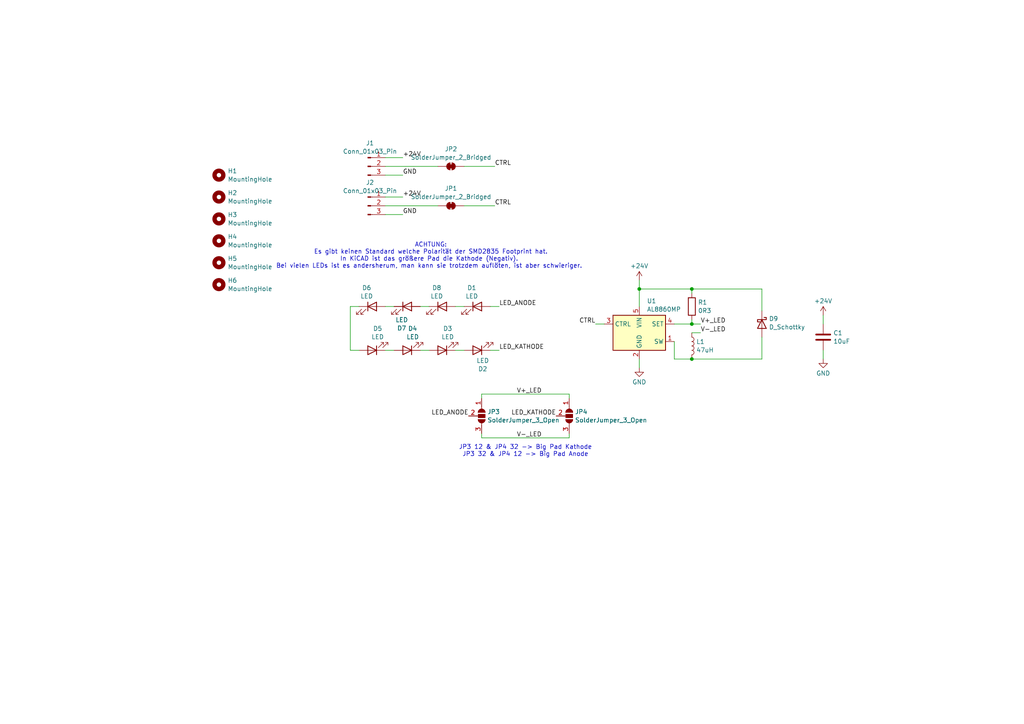
<source format=kicad_sch>
(kicad_sch (version 20231120) (generator "eeschema") (generator_version "8.0")
  (paper "A4")
  (lib_symbols
    (symbol "Connector:Conn_01x03_Pin" (pin_names (offset 1.016) hide)
      (property "Reference" "J" (at 0 5.08 0))
      (property "Value" "Conn_01x03_Pin" (at 0 -5.08 0))
      (symbol "Conn_01x03_Pin_1_1"
        (polyline (pts (xy 1.27 -2.54) (xy 0.8636 -2.54)) (stroke (width 0.1524)))
        (polyline (pts (xy 1.27 0) (xy 0.8636 0)) (stroke (width 0.1524)))
        (polyline (pts (xy 1.27 2.54) (xy 0.8636 2.54)) (stroke (width 0.1524)))
        (rectangle (start 0.8636 -2.413) (end 0 -2.667) (stroke (width 0.1524)) (fill (type outline)))
        (rectangle (start 0.8636 0.127) (end 0 -0.127) (stroke (width 0.1524)) (fill (type outline)))
        (rectangle (start 0.8636 2.667) (end 0 2.413) (stroke (width 0.1524)) (fill (type outline)))
        (pin passive line (at 5.08 2.54 180) (length 3.81) (name "Pin_1") (number "1"))
        (pin passive line (at 5.08 0 180) (length 3.81) (name "Pin_2") (number "2"))
        (pin passive line (at 5.08 -2.54 180) (length 3.81) (name "Pin_3") (number "3"))
      )
    )
    (symbol "Device:C" (pin_numbers hide) (pin_names (offset 0.254))
      (property "Reference" "C" (at 0.635 2.54 0))
      (property "Value" "C" (at 0.635 -2.54 0))
      (symbol "C_0_1"
        (polyline (pts (xy -2.032 -0.762) (xy 2.032 -0.762)) (stroke (width 0.508)))
        (polyline (pts (xy -2.032 0.762) (xy 2.032 0.762)) (stroke (width 0.508)))
      )
      (symbol "C_1_1"
        (pin passive line (at 0 3.81 270) (length 2.794) (name "~") (number "1"))
        (pin passive line (at 0 -3.81 90) (length 2.794) (name "~") (number "2"))
      )
    )
    (symbol "Device:D_Schottky" (pin_numbers hide) (pin_names (offset 1.016) hide)
      (property "Reference" "D" (at 0 2.54 0))
      (property "Value" "D_Schottky" (at 0 -2.54 0))
      (symbol "D_Schottky_0_1"
        (polyline (pts (xy 1.27 0) (xy -1.27 0)))
        (polyline (pts (xy 1.27 1.27) (xy 1.27 -1.27) (xy -1.27 0) (xy 1.27 1.27)) (stroke (width 0.254)))
        (polyline (pts (xy -1.905 0.635) (xy -1.905 1.27) (xy -1.27 1.27) (xy -1.27 -1.27) (xy -0.635 -1.27) (xy -0.635 -0.635)) (stroke (width 0.254)))
      )
      (symbol "D_Schottky_1_1"
        (pin passive line (at -3.81 0 0) (length 2.54) (name "K") (number "1"))
        (pin passive line (at 3.81 0 180) (length 2.54) (name "A") (number "2"))
      )
    )
    (symbol "Device:L" (pin_numbers hide) (pin_names (offset 1.016) hide)
      (property "Reference" "L" (at -1.27 0 90))
      (property "Value" "L" (at 1.905 0 90))
      (symbol "L_0_1"
        (arc (start 0 -2.54) (mid 0.6323 -1.905) (end 0 -1.27))
        (arc (start 0 -1.27) (mid 0.6323 -0.635) (end 0 0))
        (arc (start 0 0) (mid 0.6323 0.635) (end 0 1.27))
        (arc (start 0 1.27) (mid 0.6323 1.905) (end 0 2.54))
      )
      (symbol "L_1_1"
        (pin passive line (at 0 3.81 270) (length 1.27) (name "1") (number "1"))
        (pin passive line (at 0 -3.81 90) (length 1.27) (name "2") (number "2"))
      )
    )
    (symbol "Device:LED" (pin_numbers hide) (pin_names (offset 1.016) hide)
      (property "Reference" "D" (at 0 2.54 0))
      (property "Value" "LED" (at 0 -2.54 0))
      (symbol "LED_0_1"
        (polyline (pts (xy -1.27 -1.27) (xy -1.27 1.27)) (stroke (width 0.254)))
        (polyline (pts (xy -1.27 0) (xy 1.27 0)))
        (polyline (pts (xy 1.27 -1.27) (xy 1.27 1.27) (xy -1.27 0) (xy 1.27 -1.27)) (stroke (width 0.254)))
        (polyline (pts (xy -3.048 -0.762) (xy -4.572 -2.286) (xy -3.81 -2.286) (xy -4.572 -2.286) (xy -4.572 -1.524)))
        (polyline (pts (xy -1.778 -0.762) (xy -3.302 -2.286) (xy -2.54 -2.286) (xy -3.302 -2.286) (xy -3.302 -1.524)))
      )
      (symbol "LED_1_1"
        (pin passive line (at -3.81 0 0) (length 2.54) (name "K") (number "1"))
        (pin passive line (at 3.81 0 180) (length 2.54) (name "A") (number "2"))
      )
    )
    (symbol "Device:R" (pin_numbers hide) (pin_names (offset 0))
      (property "Reference" "R" (at 2.032 0 90))
      (property "Value" "R" (at 0 0 90))
      (symbol "R_0_1"
        (rectangle (start -1.016 -2.54) (end 1.016 2.54) (stroke (width 0.254)))
      )
      (symbol "R_1_1"
        (pin passive line (at 0 3.81 270) (length 1.27) (name "~") (number "1"))
        (pin passive line (at 0 -3.81 90) (length 1.27) (name "~") (number "2"))
      )
    )
    (symbol "Driver_LED:AL8860WT"
      (property "Reference" "U" (at -6.35 6.35 0))
      (property "Value" "AL8860WT" (at 7.62 6.35 0))
      (symbol "AL8860WT_0_1"
        (rectangle (start -7.62 5.08) (end 7.62 -5.08) (stroke (width 0.254)) (fill (type background)))
      )
      (symbol "AL8860WT_1_1"
        (pin open_collector line (at 10.16 -2.54 180) (length 2.54) (name "SW") (number "1"))
        (pin power_in line (at 0 -7.62 90) (length 2.54) (name "GND") (number "2"))
        (pin input line (at -10.16 2.54 0) (length 2.54) (name "CTRL") (number "3"))
        (pin input line (at 10.16 2.54 180) (length 2.54) (name "SET") (number "4"))
        (pin power_in line (at 0 7.62 270) (length 2.54) (name "VIN") (number "5"))
      )
    )
    (symbol "Jumper:SolderJumper_2_Bridged" (pin_numbers hide) (pin_names (offset 0) hide) (exclude_from_sim yes) (in_bom no)
      (property "Reference" "JP" (at 0 2.032 0))
      (property "Value" "SolderJumper_2_Bridged" (at 0 -2.54 0))
      (symbol "SolderJumper_2_Bridged_0_1"
        (rectangle (start -0.508 0.508) (end 0.508 -0.508) (fill (type outline)))
        (arc (start -0.254 1.016) (mid -1.2656 0) (end -0.254 -1.016))
        (arc (start -0.254 1.016) (mid -1.2656 0) (end -0.254 -1.016) (fill (type outline)))
        (polyline (pts (xy -0.254 1.016) (xy -0.254 -1.016)))
        (polyline (pts (xy 0.254 1.016) (xy 0.254 -1.016)))
        (arc (start 0.254 -1.016) (mid 1.2656 0) (end 0.254 1.016))
        (arc (start 0.254 -1.016) (mid 1.2656 0) (end 0.254 1.016) (fill (type outline)))
      )
      (symbol "SolderJumper_2_Bridged_1_1"
        (pin passive line (at -3.81 0 0) (length 2.54) (name "A") (number "1"))
        (pin passive line (at 3.81 0 180) (length 2.54) (name "B") (number "2"))
      )
    )
    (symbol "Jumper:SolderJumper_3_Open" (pin_names (offset 0) hide) (exclude_from_sim yes) (in_bom no)
      (property "Reference" "JP" (at -2.54 -2.54 0))
      (property "Value" "SolderJumper_3_Open" (at 0 2.794 0))
      (symbol "SolderJumper_3_Open_0_1"
        (arc (start -1.016 1.016) (mid -2.0276 0) (end -1.016 -1.016))
        (arc (start -1.016 1.016) (mid -2.0276 0) (end -1.016 -1.016) (fill (type outline)))
        (rectangle (start -0.508 1.016) (end 0.508 -1.016) (fill (type outline)))
        (polyline (pts (xy -2.54 0) (xy -2.032 0)))
        (polyline (pts (xy -1.016 1.016) (xy -1.016 -1.016)))
        (polyline (pts (xy 0 -1.27) (xy 0 -1.016)))
        (polyline (pts (xy 1.016 1.016) (xy 1.016 -1.016)))
        (polyline (pts (xy 2.54 0) (xy 2.032 0)))
        (arc (start 1.016 -1.016) (mid 2.0276 0) (end 1.016 1.016))
        (arc (start 1.016 -1.016) (mid 2.0276 0) (end 1.016 1.016) (fill (type outline)))
      )
      (symbol "SolderJumper_3_Open_1_1"
        (pin passive line (at -5.08 0 0) (length 2.54) (name "A") (number "1"))
        (pin passive line (at 0 -3.81 90) (length 2.54) (name "C") (number "2"))
        (pin passive line (at 5.08 0 180) (length 2.54) (name "B") (number "3"))
      )
    )
    (symbol "Mechanical:MountingHole" (pin_names (offset 1.016)) (exclude_from_sim yes) (in_bom no)
      (property "Reference" "H" (at 0 5.08 0))
      (property "Value" "MountingHole" (at 0 3.175 0))
      (symbol "MountingHole_0_1"
        (circle (center 0 0) (radius 1.27) (stroke (width 1.27)))
      )
    )
    (symbol "power:+24V" (power) (pin_numbers hide) (pin_names (offset 0) hide)
      (property "Value" "+24V" (at 0 3.556 0))
      (symbol "+24V_0_1"
        (polyline (pts (xy -0.762 1.27) (xy 0 2.54)))
        (polyline (pts (xy 0 0) (xy 0 2.54)))
        (polyline (pts (xy 0 2.54) (xy 0.762 1.27)))
      )
      (symbol "+24V_1_1"
        (pin power_in line (at 0 0 90) (length 0) (name "~") (number "1"))
      )
    )
    (symbol "power:GND" (power) (pin_numbers hide) (pin_names (offset 0) hide)
      (property "Value" "GND" (at 0 -3.81 0))
      (symbol "GND_0_1"
        (polyline (pts (xy 0 0) (xy 0 -1.27) (xy 1.27 -1.27) (xy 0 -2.54) (xy -1.27 -1.27) (xy 0 -1.27)))
      )
      (symbol "GND_1_1"
        (pin power_in line (at 0 0 270) (length 0) (name "~") (number "1"))
      )
    )
  )
  (junction (at 200.66 104.14))
  (junction (at 185.42 83.82))
  (junction (at 200.66 93.98))
  (junction (at 200.66 83.82))
  (wire (pts (xy 220.98 104.14) (xy 220.98 97.79)))
  (wire (pts (xy 200.66 104.14) (xy 195.58 104.14)))
  (wire (pts (xy 139.7 115.57) (xy 139.7 114.3)))
  (wire (pts (xy 142.24 88.9) (xy 144.78 88.9)))
  (wire (pts (xy 172.72 93.98) (xy 175.26 93.98)))
  (wire (pts (xy 195.58 93.98) (xy 200.66 93.98)))
  (wire (pts (xy 200.66 93.98) (xy 203.2 93.98)))
  (wire (pts (xy 111.76 45.72) (xy 116.84 45.72)))
  (wire (pts (xy 185.42 104.14) (xy 185.42 106.68)))
  (wire (pts (xy 185.42 83.82) (xy 200.66 83.82)))
  (wire (pts (xy 121.92 101.6) (xy 124.46 101.6)))
  (wire (pts (xy 104.14 88.9) (xy 101.6 88.9)))
  (wire (pts (xy 185.42 83.82) (xy 185.42 88.9)))
  (wire (pts (xy 116.84 62.23) (xy 111.76 62.23)))
  (wire (pts (xy 134.62 48.26) (xy 143.51 48.26)))
  (wire (pts (xy 220.98 90.17) (xy 220.98 83.82)))
  (wire (pts (xy 142.24 101.6) (xy 144.78 101.6)))
  (wire (pts (xy 132.08 88.9) (xy 134.62 88.9)))
  (wire (pts (xy 200.66 104.14) (xy 220.98 104.14)))
  (wire (pts (xy 200.66 93.98) (xy 200.66 92.71)))
  (wire (pts (xy 132.08 101.6) (xy 134.62 101.6)))
  (wire (pts (xy 238.76 91.44) (xy 238.76 93.98)))
  (wire (pts (xy 111.76 88.9) (xy 114.3 88.9)))
  (wire (pts (xy 200.66 83.82) (xy 220.98 83.82)))
  (wire (pts (xy 195.58 99.06) (xy 195.58 104.14)))
  (wire (pts (xy 116.84 57.15) (xy 111.76 57.15)))
  (wire (pts (xy 139.7 127) (xy 165.1 127)))
  (wire (pts (xy 127 48.26) (xy 111.76 48.26)))
  (wire (pts (xy 111.76 101.6) (xy 114.3 101.6)))
  (wire (pts (xy 200.66 96.52) (xy 203.2 96.52)))
  (wire (pts (xy 200.66 83.82) (xy 200.66 85.09)))
  (wire (pts (xy 134.62 59.69) (xy 143.51 59.69)))
  (wire (pts (xy 139.7 114.3) (xy 165.1 114.3)))
  (wire (pts (xy 101.6 88.9) (xy 101.6 101.6)))
  (wire (pts (xy 101.6 101.6) (xy 104.14 101.6)))
  (wire (pts (xy 139.7 125.73) (xy 139.7 127)))
  (wire (pts (xy 111.76 59.69) (xy 127 59.69)))
  (wire (pts (xy 165.1 114.3) (xy 165.1 115.57)))
  (wire (pts (xy 111.76 50.8) (xy 116.84 50.8)))
  (wire (pts (xy 121.92 88.9) (xy 124.46 88.9)))
  (wire (pts (xy 165.1 127) (xy 165.1 125.73)))
  (wire (pts (xy 185.42 81.28) (xy 185.42 83.82)))
  (wire (pts (xy 238.76 101.6) (xy 238.76 104.14)))
  (text "JP3 12 & JP4 32 -> Big Pad Kathode\nJP3 32 & JP4 12 -> Big Pad Anode" (at 152.4 130.81 0) (effects (font (size 1.27 1.27))))
  (text "ACHTUNG:\nEs gibt keinen Standard welche Polarität der SMD2835 Footprint hat.\nIn KiCAD ist das größere Pad die Kathode (Negativ). \nBei vielen LEDs ist es andersherum, man kann sie trotzdem auflöten, ist aber schwieriger. " (at 124.968 74.168 0) (effects (font (size 1.27 1.27))))
  (label "+24V" (at 116.84 45.72 0))
  (label "V-_LED" (at 203.2 96.52 0))
  (label "GND" (at 116.84 50.8 0))
  (label "CTRL" (at 172.72 93.98 180))
  (label "GND" (at 116.84 62.23 0))
  (label "CTRL" (at 143.51 48.26 0))
  (label "V-_LED" (at 149.86 127 0))
  (label "LED_KATHODE" (at 161.29 120.65 180))
  (label "LED_ANODE" (at 144.78 88.9 0))
  (label "LED_KATHODE" (at 144.78 101.6 0))
  (label "V+_LED" (at 203.2 93.98 0))
  (label "V+_LED" (at 149.86 114.3 0))
  (label "LED_ANODE" (at 135.89 120.65 180))
  (label "+24V" (at 116.84 57.15 0))
  (label "CTRL" (at 143.51 59.69 0))
  (symbol (lib_id "Device:LED") (at 128.27 101.6 180) (unit 1)
    (property "Reference" "D3" (at 129.8575 95.2965 0))
    (property "Value" "LED" (at 129.8575 97.7208 0))
    (property "Footprint" "LED_SMD:LED_PLCC_2835_Handsoldering" (effects (hide yes)))
    (property "Description" "Light emitting diode" (effects (hide yes)))
    (property "JLC PN" "C385302" (effects (hide yes)))
  )
  (symbol (lib_id "Mechanical:MountingHole") (at 63.5 82.55 0) (unit 1) (exclude_from_sim yes) (in_bom no)
    (property "Reference" "H6" (at 66.04 81.3378 0) (effects (justify left)))
    (property "Value" "MountingHole" (at 66.04 83.7621 0) (effects (justify left)))
    (property "Footprint" "MountingHole:MountingHole_3.2mm_M3" (effects (hide yes)))
    (property "Description" "Mounting Hole without connection" (effects (hide yes)))
  )
  (symbol (lib_id "Jumper:SolderJumper_3_Open") (at 165.1 120.65 270) (unit 1) (exclude_from_sim yes) (in_bom no)
    (property "Reference" "JP4" (at 166.751 119.4378 90) (effects (justify left)))
    (property "Value" "SolderJumper_3_Open" (at 166.751 121.8621 90) (effects (justify left)))
    (property "Footprint" "Jumper:SolderJumper-3_P1.3mm_Open_RoundedPad1.0x1.5mm_NumberLabels" (effects (hide yes)))
    (property "Description" "Solder Jumper, 3-pole, open" (effects (hide yes)))
  )
  (symbol (lib_id "Driver_LED:AL8860WT") (at 185.42 96.52 0) (unit 1)
    (property "Reference" "U1" (at 187.6141 87.2955 0) (effects (justify left)))
    (property "Value" "AL8860MP" (at 187.6141 89.7198 0) (effects (justify left)))
    (property "Footprint" "Package_TO_SOT_SMD:TSOT-23-5" (effects (hide yes)))
    (property "Datasheet" "https://www.diodes.com/assets/Datasheets/AL8860.pdf" (effects (hide yes)))
    (property "Description" "40V 1.5A Constant Current Buck LED Driver IC, TSOT-23-5" (effects (hide yes)))
    (property "JLC PN" "C155534" (effects (hide yes)))
  )
  (symbol (lib_id "Device:LED") (at 138.43 88.9 0) (unit 1)
    (property "Reference" "D1" (at 136.8425 83.4855 0))
    (property "Value" "LED" (at 136.8425 85.9098 0))
    (property "Footprint" "LED_SMD:LED_PLCC_2835_Handsoldering" (effects (hide yes)))
    (property "Description" "Light emitting diode" (effects (hide yes)))
    (property "JLC PN" "C385302" (effects (hide yes)))
  )
  (symbol (lib_id "Jumper:SolderJumper_2_Bridged") (at 130.81 59.69 0) (unit 1) (exclude_from_sim yes) (in_bom no)
    (property "Reference" "JP1" (at 130.81 54.6565 0))
    (property "Value" "SolderJumper_2_Bridged" (at 130.81 57.0808 0))
    (property "Footprint" "Jumper:SolderJumper-2_P1.3mm_Bridged_RoundedPad1.0x1.5mm" (effects (hide yes)))
    (property "Description" "Solder Jumper, 2-pole, closed/bridged" (effects (hide yes)))
  )
  (symbol (lib_id "Device:C") (at 238.76 97.79 0) (unit 1)
    (property "Reference" "C1" (at 241.681 96.5778 0) (effects (justify left)))
    (property "Value" "10uF" (at 241.681 99.0021 0) (effects (justify left)))
    (property "Footprint" "Capacitor_SMD:C_1206_3216Metric_Pad1.33x1.80mm_HandSolder" (effects (hide yes)))
    (property "Description" "Unpolarized capacitor" (effects (hide yes)))
    (property "JLC PN" "C13585" (effects (hide yes)))
  )
  (symbol (lib_id "Mechanical:MountingHole") (at 63.5 69.85 0) (unit 1) (exclude_from_sim yes) (in_bom no)
    (property "Reference" "H4" (at 66.04 68.6378 0) (effects (justify left)))
    (property "Value" "MountingHole" (at 66.04 71.0621 0) (effects (justify left)))
    (property "Footprint" "MountingHole:MountingHole_3.2mm_M3" (effects (hide yes)))
    (property "Description" "Mounting Hole without connection" (effects (hide yes)))
  )
  (symbol (lib_id "Device:LED") (at 107.95 88.9 0) (unit 1)
    (property "Reference" "D6" (at 106.3625 83.4855 0))
    (property "Value" "LED" (at 106.3625 85.9098 0))
    (property "Footprint" "LED_SMD:LED_PLCC_2835_Handsoldering" (effects (hide yes)))
    (property "Description" "Light emitting diode" (effects (hide yes)))
    (property "JLC PN" "C385302" (effects (hide yes)))
  )
  (symbol (lib_id "Device:LED") (at 118.11 88.9 0) (unit 1)
    (property "Reference" "D7" (at 116.5225 95.2035 0))
    (property "Value" "LED" (at 116.5225 92.7792 0))
    (property "Footprint" "LED_SMD:LED_PLCC_2835_Handsoldering" (effects (hide yes)))
    (property "Description" "Light emitting diode" (effects (hide yes)))
    (property "JLC PN" "C385302" (effects (hide yes)))
  )
  (symbol (lib_id "power:+24V") (at 238.76 91.44 0) (unit 1)
    (property "Reference" "#PWR03" (effects (hide yes)))
    (property "Value" "+24V" (at 238.76 87.3069 0))
    (property "Description" "Power symbol creates a global label with name \"+24V\"" (effects (hide yes)))
  )
  (symbol (lib_id "Jumper:SolderJumper_3_Open") (at 139.7 120.65 270) (unit 1) (exclude_from_sim yes) (in_bom no)
    (property "Reference" "JP3" (at 141.351 119.4378 90) (effects (justify left)))
    (property "Value" "SolderJumper_3_Open" (at 141.351 121.8621 90) (effects (justify left)))
    (property "Footprint" "Jumper:SolderJumper-3_P1.3mm_Open_RoundedPad1.0x1.5mm_NumberLabels" (effects (hide yes)))
    (property "Description" "Solder Jumper, 3-pole, open" (effects (hide yes)))
  )
  (symbol (lib_id "Device:D_Schottky") (at 220.98 93.98 270) (unit 1)
    (property "Reference" "D9" (at 223.012 92.4503 90) (effects (justify left)))
    (property "Value" "D_Schottky" (at 223.012 94.8746 90) (effects (justify left)))
    (property "Footprint" "Diode_SMD:D_SOD-123" (effects (hide yes)))
    (property "Description" "Schottky diode" (effects (hide yes)))
    (property "JLC PN" "C78545" (effects (hide yes)))
  )
  (symbol (lib_id "Device:LED") (at 128.27 88.9 0) (unit 1)
    (property "Reference" "D8" (at 126.6825 83.4855 0))
    (property "Value" "LED" (at 126.6825 85.9098 0))
    (property "Footprint" "LED_SMD:LED_PLCC_2835_Handsoldering" (effects (hide yes)))
    (property "Description" "Light emitting diode" (effects (hide yes)))
    (property "JLC PN" "C385302" (effects (hide yes)))
  )
  (symbol (lib_id "Device:L") (at 200.66 100.33 0) (unit 1)
    (property "Reference" "L1" (at 201.9272 99.1178 0) (effects (justify left)))
    (property "Value" "47uH" (at 201.9272 101.5421 0) (effects (justify left)))
    (property "Footprint" "Inductor_SMD:L_Changjiang_FNR5020S" (effects (hide yes)))
    (property "Description" "Inductor" (effects (hide yes)))
    (property "JLC PN" "C5363775" (effects (hide yes)))
  )
  (symbol (lib_id "power:GND") (at 185.42 106.68 0) (unit 1)
    (property "Reference" "#PWR05" (effects (hide yes)))
    (property "Value" "GND" (at 185.42 110.8131 0))
    (property "Description" "Power symbol creates a global label with name \"GND\" , ground" (effects (hide yes)))
  )
  (symbol (lib_id "Mechanical:MountingHole") (at 63.5 50.8 0) (unit 1) (exclude_from_sim yes) (in_bom no)
    (property "Reference" "H1" (at 66.04 49.5878 0) (effects (justify left)))
    (property "Value" "MountingHole" (at 66.04 52.0121 0) (effects (justify left)))
    (property "Footprint" "MountingHole:MountingHole_3.2mm_M3" (effects (hide yes)))
    (property "Description" "Mounting Hole without connection" (effects (hide yes)))
  )
  (symbol (lib_id "Device:LED") (at 107.95 101.6 180) (unit 1)
    (property "Reference" "D5" (at 109.5375 95.2965 0))
    (property "Value" "LED" (at 109.5375 97.7208 0))
    (property "Footprint" "LED_SMD:LED_PLCC_2835_Handsoldering" (effects (hide yes)))
    (property "Description" "Light emitting diode" (effects (hide yes)))
    (property "JLC PN" "C385302" (effects (hide yes)))
  )
  (symbol (lib_id "Device:LED") (at 138.43 101.6 180) (unit 1)
    (property "Reference" "D2" (at 140.0175 107.0145 0))
    (property "Value" "LED" (at 140.0175 104.5902 0))
    (property "Footprint" "LED_SMD:LED_PLCC_2835_Handsoldering" (effects (hide yes)))
    (property "Description" "Light emitting diode" (effects (hide yes)))
    (property "JLC PN" "C385302" (effects (hide yes)))
  )
  (symbol (lib_id "Device:R") (at 200.66 88.9 180) (unit 1)
    (property "Reference" "R1" (at 202.438 87.6878 0) (effects (justify right)))
    (property "Value" "0R3" (at 202.438 90.1121 0) (effects (justify right)))
    (property "Footprint" "Resistor_SMD:R_0805_2012Metric" (effects (hide yes)))
    (property "Description" "Resistor" (effects (hide yes)))
    (property "JLC PN" "C247157" (effects (hide yes)))
  )
  (symbol (lib_id "Jumper:SolderJumper_2_Bridged") (at 130.81 48.26 0) (unit 1) (exclude_from_sim yes) (in_bom no)
    (property "Reference" "JP2" (at 130.81 43.2265 0))
    (property "Value" "SolderJumper_2_Bridged" (at 130.81 45.6508 0))
    (property "Footprint" "Jumper:SolderJumper-2_P1.3mm_Bridged_RoundedPad1.0x1.5mm" (effects (hide yes)))
    (property "Description" "Solder Jumper, 2-pole, closed/bridged" (effects (hide yes)))
  )
  (symbol (lib_id "Mechanical:MountingHole") (at 63.5 57.15 0) (unit 1) (exclude_from_sim yes) (in_bom no)
    (property "Reference" "H2" (at 66.04 55.9378 0) (effects (justify left)))
    (property "Value" "MountingHole" (at 66.04 58.3621 0) (effects (justify left)))
    (property "Footprint" "MountingHole:MountingHole_3.2mm_M3" (effects (hide yes)))
    (property "Description" "Mounting Hole without connection" (effects (hide yes)))
  )
  (symbol (lib_id "Device:LED") (at 118.11 101.6 180) (unit 1)
    (property "Reference" "D4" (at 119.6975 95.2965 0))
    (property "Value" "LED" (at 119.6975 97.7208 0))
    (property "Footprint" "LED_SMD:LED_PLCC_2835_Handsoldering" (effects (hide yes)))
    (property "Description" "Light emitting diode" (effects (hide yes)))
    (property "JLC PN" "C385302" (effects (hide yes)))
  )
  (symbol (lib_id "power:GND") (at 238.76 104.14 0) (unit 1)
    (property "Reference" "#PWR04" (effects (hide yes)))
    (property "Value" "GND" (at 238.76 108.2731 0))
    (property "Description" "Power symbol creates a global label with name \"GND\" , ground" (effects (hide yes)))
  )
  (symbol (lib_id "power:+24V") (at 185.42 81.28 0) (unit 1)
    (property "Reference" "#PWR02" (effects (hide yes)))
    (property "Value" "+24V" (at 185.42 77.1469 0))
    (property "Description" "Power symbol creates a global label with name \"+24V\"" (effects (hide yes)))
  )
  (symbol (lib_id "Connector:Conn_01x03_Pin") (at 106.68 59.69 0) (unit 1)
    (property "Reference" "J2" (at 107.315 52.9293 0))
    (property "Value" "Conn_01x03_Pin" (at 107.315 55.3536 0))
    (property "Footprint" "Connector_JST:JST_XH_B3B-XH-A_1x03_P2.50mm_Vertical" (effects (hide yes)))
    (property "Description" "Generic connector, single row, 01x03, script generated" (effects (hide yes)))
  )
  (symbol (lib_id "Mechanical:MountingHole") (at 63.5 63.5 0) (unit 1) (exclude_from_sim yes) (in_bom no)
    (property "Reference" "H3" (at 66.04 62.2878 0) (effects (justify left)))
    (property "Value" "MountingHole" (at 66.04 64.7121 0) (effects (justify left)))
    (property "Footprint" "MountingHole:MountingHole_3.2mm_M3" (effects (hide yes)))
    (property "Description" "Mounting Hole without connection" (effects (hide yes)))
  )
  (symbol (lib_id "Connector:Conn_01x03_Pin") (at 106.68 48.26 0) (unit 1)
    (property "Reference" "J1" (at 107.315 41.4993 0))
    (property "Value" "Conn_01x03_Pin" (at 107.315 43.9236 0))
    (property "Footprint" "Connector_JST:JST_XH_B3B-XH-A_1x03_P2.50mm_Vertical" (effects (hide yes)))
    (property "Description" "Generic connector, single row, 01x03, script generated" (effects (hide yes)))
  )
  (symbol (lib_id "Mechanical:MountingHole") (at 63.5 76.2 0) (unit 1) (exclude_from_sim yes) (in_bom no)
    (property "Reference" "H5" (at 66.04 74.9878 0) (effects (justify left)))
    (property "Value" "MountingHole" (at 66.04 77.4121 0) (effects (justify left)))
    (property "Footprint" "MountingHole:MountingHole_3.2mm_M3" (effects (hide yes)))
    (property "Description" "Mounting Hole without connection" (effects (hide yes)))
  )
)
</source>
